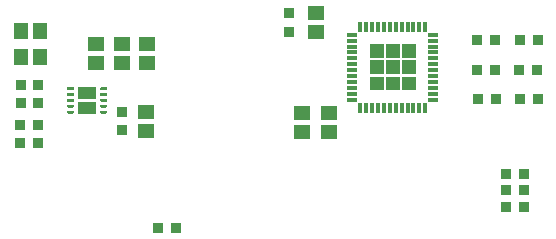
<source format=gtp>
G04*
G04 #@! TF.GenerationSoftware,Altium Limited,Altium Designer,24.10.1 (45)*
G04*
G04 Layer_Color=8421504*
%FSLAX44Y44*%
%MOMM*%
G71*
G04*
G04 #@! TF.SameCoordinates,AA472AB2-6637-4989-BC3C-C099BA8EEFD1*
G04*
G04*
G04 #@! TF.FilePolarity,Positive*
G04*
G01*
G75*
%ADD15R,0.9500X0.9000*%
%ADD16R,1.3000X1.4500*%
%ADD17R,1.4500X1.3000*%
%ADD18R,0.9000X0.9500*%
%ADD19R,0.9500X0.9500*%
%ADD20R,1.1700X1.1700*%
G04:AMPARAMS|DCode=21|XSize=0.88mm|YSize=0.26mm|CornerRadius=0.0325mm|HoleSize=0mm|Usage=FLASHONLY|Rotation=180.000|XOffset=0mm|YOffset=0mm|HoleType=Round|Shape=RoundedRectangle|*
%AMROUNDEDRECTD21*
21,1,0.8800,0.1950,0,0,180.0*
21,1,0.8150,0.2600,0,0,180.0*
1,1,0.0650,-0.4075,0.0975*
1,1,0.0650,0.4075,0.0975*
1,1,0.0650,0.4075,-0.0975*
1,1,0.0650,-0.4075,-0.0975*
%
%ADD21ROUNDEDRECTD21*%
G04:AMPARAMS|DCode=22|XSize=0.26mm|YSize=0.88mm|CornerRadius=0.0325mm|HoleSize=0mm|Usage=FLASHONLY|Rotation=180.000|XOffset=0mm|YOffset=0mm|HoleType=Round|Shape=RoundedRectangle|*
%AMROUNDEDRECTD22*
21,1,0.2600,0.8150,0,0,180.0*
21,1,0.1950,0.8800,0,0,180.0*
1,1,0.0650,-0.0975,0.4075*
1,1,0.0650,0.0975,0.4075*
1,1,0.0650,0.0975,-0.4075*
1,1,0.0650,-0.0975,-0.4075*
%
%ADD22ROUNDEDRECTD22*%
G36*
X404930Y301430D02*
X393230D01*
Y313130D01*
X404930D01*
Y301430D01*
D02*
G37*
G36*
X391230D02*
X379530D01*
Y313130D01*
X391230D01*
Y301430D01*
D02*
G37*
G36*
X377530D02*
X365830D01*
Y313130D01*
X377530D01*
Y301430D01*
D02*
G37*
G36*
X404930Y287730D02*
X393230D01*
Y299430D01*
X404930D01*
Y287730D01*
D02*
G37*
G36*
X377530D02*
X365830D01*
Y299430D01*
X377530D01*
Y287730D01*
D02*
G37*
G36*
X142430Y276690D02*
X142490D01*
X142550Y276670D01*
X142610Y276660D01*
X142670Y276640D01*
X142730Y276620D01*
X142790Y276600D01*
X142840Y276570D01*
X142900Y276540D01*
X142950Y276510D01*
X143010Y276470D01*
X143060Y276430D01*
X143100Y276390D01*
X143150Y276350D01*
X143190Y276300D01*
X143230Y276260D01*
X143270Y276210D01*
X143310Y276150D01*
X143340Y276100D01*
X143370Y276040D01*
X143400Y275990D01*
X143420Y275930D01*
X143440Y275870D01*
X143460Y275810D01*
X143470Y275750D01*
X143490Y275690D01*
Y275630D01*
X143500Y275560D01*
Y275500D01*
Y275440D01*
X143490Y275370D01*
Y275310D01*
X143470Y275250D01*
X143460Y275190D01*
X143440Y275130D01*
X143420Y275070D01*
X143400Y275010D01*
X143370Y274960D01*
X143340Y274900D01*
X143310Y274850D01*
X143270Y274790D01*
X143230Y274740D01*
X143190Y274700D01*
X143150Y274650D01*
X143100Y274610D01*
X143060Y274570D01*
X143010Y274530D01*
X142950Y274490D01*
X142900Y274460D01*
X142840Y274430D01*
X142790Y274400D01*
X142730Y274380D01*
X142670Y274360D01*
X142610Y274340D01*
X142550Y274330D01*
X142490Y274310D01*
X142430D01*
X142360Y274300D01*
X138640D01*
X138570Y274310D01*
X138510D01*
X138450Y274330D01*
X138390Y274340D01*
X138330Y274360D01*
X138270Y274380D01*
X138210Y274400D01*
X138160Y274430D01*
X138100Y274460D01*
X138050Y274490D01*
X137990Y274530D01*
X137940Y274570D01*
X137900Y274610D01*
X137850Y274650D01*
X137810Y274700D01*
X137770Y274740D01*
X137730Y274790D01*
X137690Y274850D01*
X137660Y274900D01*
X137630Y274960D01*
X137600Y275010D01*
X137580Y275070D01*
X137560Y275130D01*
X137540Y275190D01*
X137530Y275250D01*
X137510Y275310D01*
Y275370D01*
X137500Y275440D01*
Y275500D01*
Y275560D01*
X137510Y275630D01*
Y275690D01*
X137530Y275750D01*
X137540Y275810D01*
X137560Y275870D01*
X137580Y275930D01*
X137600Y275990D01*
X137630Y276040D01*
X137660Y276100D01*
X137690Y276150D01*
X137730Y276210D01*
X137770Y276260D01*
X137810Y276300D01*
X137850Y276350D01*
X137900Y276390D01*
X137940Y276430D01*
X137990Y276470D01*
X138050Y276510D01*
X138100Y276540D01*
X138160Y276570D01*
X138210Y276600D01*
X138270Y276620D01*
X138330Y276640D01*
X138390Y276660D01*
X138450Y276670D01*
X138510Y276690D01*
X138570D01*
X138640Y276700D01*
X142360D01*
X142430Y276690D01*
D02*
G37*
G36*
X114430D02*
X114490D01*
X114550Y276670D01*
X114610Y276660D01*
X114670Y276640D01*
X114730Y276620D01*
X114790Y276600D01*
X114840Y276570D01*
X114900Y276540D01*
X114950Y276510D01*
X115010Y276470D01*
X115060Y276430D01*
X115100Y276390D01*
X115150Y276350D01*
X115190Y276300D01*
X115230Y276260D01*
X115270Y276210D01*
X115310Y276150D01*
X115340Y276100D01*
X115370Y276040D01*
X115400Y275990D01*
X115420Y275930D01*
X115440Y275870D01*
X115460Y275810D01*
X115470Y275750D01*
X115490Y275690D01*
Y275630D01*
X115500Y275560D01*
Y275500D01*
Y275440D01*
X115490Y275370D01*
Y275310D01*
X115470Y275250D01*
X115460Y275190D01*
X115440Y275130D01*
X115420Y275070D01*
X115400Y275010D01*
X115370Y274960D01*
X115340Y274900D01*
X115310Y274850D01*
X115270Y274790D01*
X115230Y274740D01*
X115190Y274700D01*
X115150Y274650D01*
X115100Y274610D01*
X115060Y274570D01*
X115010Y274530D01*
X114950Y274490D01*
X114900Y274460D01*
X114840Y274430D01*
X114790Y274400D01*
X114730Y274380D01*
X114670Y274360D01*
X114610Y274340D01*
X114550Y274330D01*
X114490Y274310D01*
X114430D01*
X114360Y274300D01*
X110640D01*
X110570Y274310D01*
X110510D01*
X110450Y274330D01*
X110390Y274340D01*
X110330Y274360D01*
X110270Y274380D01*
X110210Y274400D01*
X110160Y274430D01*
X110100Y274460D01*
X110050Y274490D01*
X109990Y274530D01*
X109940Y274570D01*
X109900Y274610D01*
X109850Y274650D01*
X109810Y274700D01*
X109770Y274740D01*
X109730Y274790D01*
X109690Y274850D01*
X109660Y274900D01*
X109630Y274960D01*
X109600Y275010D01*
X109580Y275070D01*
X109560Y275130D01*
X109540Y275190D01*
X109530Y275250D01*
X109510Y275310D01*
Y275370D01*
X109500Y275440D01*
Y275500D01*
Y275560D01*
X109510Y275630D01*
Y275690D01*
X109530Y275750D01*
X109540Y275810D01*
X109560Y275870D01*
X109580Y275930D01*
X109600Y275990D01*
X109630Y276040D01*
X109660Y276100D01*
X109690Y276150D01*
X109730Y276210D01*
X109770Y276260D01*
X109810Y276300D01*
X109850Y276350D01*
X109900Y276390D01*
X109940Y276430D01*
X109990Y276470D01*
X110050Y276510D01*
X110100Y276540D01*
X110160Y276570D01*
X110210Y276600D01*
X110270Y276620D01*
X110330Y276640D01*
X110390Y276660D01*
X110450Y276670D01*
X110510Y276690D01*
X110570D01*
X110640Y276700D01*
X114360D01*
X114430Y276690D01*
D02*
G37*
G36*
X404930Y274030D02*
X393230D01*
Y285730D01*
X404930D01*
Y274030D01*
D02*
G37*
G36*
X391230D02*
X379530D01*
Y285730D01*
X391230D01*
Y274030D01*
D02*
G37*
G36*
X377530D02*
X365830D01*
Y285730D01*
X377530D01*
Y274030D01*
D02*
G37*
G36*
X142430Y271690D02*
X142490D01*
X142550Y271670D01*
X142610Y271660D01*
X142670Y271640D01*
X142730Y271620D01*
X142790Y271600D01*
X142840Y271570D01*
X142900Y271540D01*
X142950Y271510D01*
X143010Y271470D01*
X143060Y271430D01*
X143100Y271390D01*
X143150Y271350D01*
X143190Y271300D01*
X143230Y271260D01*
X143270Y271210D01*
X143310Y271150D01*
X143340Y271100D01*
X143370Y271040D01*
X143400Y270990D01*
X143420Y270930D01*
X143440Y270870D01*
X143460Y270810D01*
X143470Y270750D01*
X143490Y270690D01*
Y270630D01*
X143500Y270560D01*
Y270500D01*
Y270440D01*
X143490Y270370D01*
Y270310D01*
X143470Y270250D01*
X143460Y270190D01*
X143440Y270130D01*
X143420Y270070D01*
X143400Y270010D01*
X143370Y269960D01*
X143340Y269900D01*
X143310Y269850D01*
X143270Y269790D01*
X143230Y269740D01*
X143190Y269700D01*
X143150Y269650D01*
X143100Y269610D01*
X143060Y269570D01*
X143010Y269530D01*
X142950Y269490D01*
X142900Y269460D01*
X142840Y269430D01*
X142790Y269400D01*
X142730Y269380D01*
X142670Y269360D01*
X142610Y269340D01*
X142550Y269330D01*
X142490Y269310D01*
X142430D01*
X142360Y269300D01*
X138640D01*
X138570Y269310D01*
X138510D01*
X138450Y269330D01*
X138390Y269340D01*
X138330Y269360D01*
X138270Y269380D01*
X138210Y269400D01*
X138160Y269430D01*
X138100Y269460D01*
X138050Y269490D01*
X137990Y269530D01*
X137940Y269570D01*
X137900Y269610D01*
X137850Y269650D01*
X137810Y269700D01*
X137770Y269740D01*
X137730Y269790D01*
X137690Y269850D01*
X137660Y269900D01*
X137630Y269960D01*
X137600Y270010D01*
X137580Y270070D01*
X137560Y270130D01*
X137540Y270190D01*
X137530Y270250D01*
X137510Y270310D01*
Y270370D01*
X137500Y270440D01*
Y270500D01*
Y270560D01*
X137510Y270630D01*
Y270690D01*
X137530Y270750D01*
X137540Y270810D01*
X137560Y270870D01*
X137580Y270930D01*
X137600Y270990D01*
X137630Y271040D01*
X137660Y271100D01*
X137690Y271150D01*
X137730Y271210D01*
X137770Y271260D01*
X137810Y271300D01*
X137850Y271350D01*
X137900Y271390D01*
X137940Y271430D01*
X137990Y271470D01*
X138050Y271510D01*
X138100Y271540D01*
X138160Y271570D01*
X138210Y271600D01*
X138270Y271620D01*
X138330Y271640D01*
X138390Y271660D01*
X138450Y271670D01*
X138510Y271690D01*
X138570D01*
X138640Y271700D01*
X142360D01*
X142430Y271690D01*
D02*
G37*
G36*
X114430D02*
X114490D01*
X114550Y271670D01*
X114610Y271660D01*
X114670Y271640D01*
X114730Y271620D01*
X114790Y271600D01*
X114840Y271570D01*
X114900Y271540D01*
X114950Y271510D01*
X115010Y271470D01*
X115060Y271430D01*
X115100Y271390D01*
X115150Y271350D01*
X115190Y271300D01*
X115230Y271260D01*
X115270Y271210D01*
X115310Y271150D01*
X115340Y271100D01*
X115370Y271040D01*
X115400Y270990D01*
X115420Y270930D01*
X115440Y270870D01*
X115460Y270810D01*
X115470Y270750D01*
X115490Y270690D01*
Y270630D01*
X115500Y270560D01*
Y270500D01*
Y270440D01*
X115490Y270370D01*
Y270310D01*
X115470Y270250D01*
X115460Y270190D01*
X115440Y270130D01*
X115420Y270070D01*
X115400Y270010D01*
X115370Y269960D01*
X115340Y269900D01*
X115310Y269850D01*
X115270Y269790D01*
X115230Y269740D01*
X115190Y269700D01*
X115150Y269650D01*
X115100Y269610D01*
X115060Y269570D01*
X115010Y269530D01*
X114950Y269490D01*
X114900Y269460D01*
X114840Y269430D01*
X114790Y269400D01*
X114730Y269380D01*
X114670Y269360D01*
X114610Y269340D01*
X114550Y269330D01*
X114490Y269310D01*
X114430D01*
X114360Y269300D01*
X110640D01*
X110570Y269310D01*
X110510D01*
X110450Y269330D01*
X110390Y269340D01*
X110330Y269360D01*
X110270Y269380D01*
X110210Y269400D01*
X110160Y269430D01*
X110100Y269460D01*
X110050Y269490D01*
X109990Y269530D01*
X109940Y269570D01*
X109900Y269610D01*
X109850Y269650D01*
X109810Y269700D01*
X109770Y269740D01*
X109730Y269790D01*
X109690Y269850D01*
X109660Y269900D01*
X109630Y269960D01*
X109600Y270010D01*
X109580Y270070D01*
X109560Y270130D01*
X109540Y270190D01*
X109530Y270250D01*
X109510Y270310D01*
Y270370D01*
X109500Y270440D01*
Y270500D01*
Y270560D01*
X109510Y270630D01*
Y270690D01*
X109530Y270750D01*
X109540Y270810D01*
X109560Y270870D01*
X109580Y270930D01*
X109600Y270990D01*
X109630Y271040D01*
X109660Y271100D01*
X109690Y271150D01*
X109730Y271210D01*
X109770Y271260D01*
X109810Y271300D01*
X109850Y271350D01*
X109900Y271390D01*
X109940Y271430D01*
X109990Y271470D01*
X110050Y271510D01*
X110100Y271540D01*
X110160Y271570D01*
X110210Y271600D01*
X110270Y271620D01*
X110330Y271640D01*
X110390Y271660D01*
X110450Y271670D01*
X110510Y271690D01*
X110570D01*
X110640Y271700D01*
X114360D01*
X114430Y271690D01*
D02*
G37*
G36*
X134000Y266500D02*
X119000D01*
Y277100D01*
X134000D01*
Y266500D01*
D02*
G37*
G36*
X142430Y266690D02*
X142490D01*
X142550Y266670D01*
X142610Y266660D01*
X142670Y266640D01*
X142730Y266620D01*
X142790Y266600D01*
X142840Y266570D01*
X142900Y266540D01*
X142950Y266510D01*
X143010Y266470D01*
X143060Y266430D01*
X143100Y266390D01*
X143150Y266350D01*
X143190Y266300D01*
X143230Y266260D01*
X143270Y266210D01*
X143310Y266150D01*
X143340Y266100D01*
X143370Y266040D01*
X143400Y265990D01*
X143420Y265930D01*
X143440Y265870D01*
X143460Y265810D01*
X143470Y265750D01*
X143490Y265690D01*
Y265630D01*
X143500Y265560D01*
Y265500D01*
Y265440D01*
X143490Y265370D01*
Y265310D01*
X143470Y265250D01*
X143460Y265190D01*
X143440Y265130D01*
X143420Y265070D01*
X143400Y265010D01*
X143370Y264960D01*
X143340Y264900D01*
X143310Y264850D01*
X143270Y264790D01*
X143230Y264740D01*
X143190Y264700D01*
X143150Y264650D01*
X143100Y264610D01*
X143060Y264570D01*
X143010Y264530D01*
X142950Y264490D01*
X142900Y264460D01*
X142840Y264430D01*
X142790Y264400D01*
X142730Y264380D01*
X142670Y264360D01*
X142610Y264340D01*
X142550Y264330D01*
X142490Y264310D01*
X142430D01*
X142360Y264300D01*
X138640D01*
X138570Y264310D01*
X138510D01*
X138450Y264330D01*
X138390Y264340D01*
X138330Y264360D01*
X138270Y264380D01*
X138210Y264400D01*
X138160Y264430D01*
X138100Y264460D01*
X138050Y264490D01*
X137990Y264530D01*
X137940Y264570D01*
X137900Y264610D01*
X137850Y264650D01*
X137810Y264700D01*
X137770Y264740D01*
X137730Y264790D01*
X137690Y264850D01*
X137660Y264900D01*
X137630Y264960D01*
X137600Y265010D01*
X137580Y265070D01*
X137560Y265130D01*
X137540Y265190D01*
X137530Y265250D01*
X137510Y265310D01*
Y265370D01*
X137500Y265440D01*
Y265500D01*
Y265560D01*
X137510Y265630D01*
Y265690D01*
X137530Y265750D01*
X137540Y265810D01*
X137560Y265870D01*
X137580Y265930D01*
X137600Y265990D01*
X137630Y266040D01*
X137660Y266100D01*
X137690Y266150D01*
X137730Y266210D01*
X137770Y266260D01*
X137810Y266300D01*
X137850Y266350D01*
X137900Y266390D01*
X137940Y266430D01*
X137990Y266470D01*
X138050Y266510D01*
X138100Y266540D01*
X138160Y266570D01*
X138210Y266600D01*
X138270Y266620D01*
X138330Y266640D01*
X138390Y266660D01*
X138450Y266670D01*
X138510Y266690D01*
X138570D01*
X138640Y266700D01*
X142360D01*
X142430Y266690D01*
D02*
G37*
G36*
X114430D02*
X114490D01*
X114550Y266670D01*
X114610Y266660D01*
X114670Y266640D01*
X114730Y266620D01*
X114790Y266600D01*
X114840Y266570D01*
X114900Y266540D01*
X114950Y266510D01*
X115010Y266470D01*
X115060Y266430D01*
X115100Y266390D01*
X115150Y266350D01*
X115190Y266300D01*
X115230Y266260D01*
X115270Y266210D01*
X115310Y266150D01*
X115340Y266100D01*
X115370Y266040D01*
X115400Y265990D01*
X115420Y265930D01*
X115440Y265870D01*
X115460Y265810D01*
X115470Y265750D01*
X115490Y265690D01*
Y265630D01*
X115500Y265560D01*
Y265500D01*
Y265440D01*
X115490Y265370D01*
Y265310D01*
X115470Y265250D01*
X115460Y265190D01*
X115440Y265130D01*
X115420Y265070D01*
X115400Y265010D01*
X115370Y264960D01*
X115340Y264900D01*
X115310Y264850D01*
X115270Y264790D01*
X115230Y264740D01*
X115190Y264700D01*
X115150Y264650D01*
X115100Y264610D01*
X115060Y264570D01*
X115010Y264530D01*
X114950Y264490D01*
X114900Y264460D01*
X114840Y264430D01*
X114790Y264400D01*
X114730Y264380D01*
X114670Y264360D01*
X114610Y264340D01*
X114550Y264330D01*
X114490Y264310D01*
X114430D01*
X114360Y264300D01*
X110640D01*
X110570Y264310D01*
X110510D01*
X110450Y264330D01*
X110390Y264340D01*
X110330Y264360D01*
X110270Y264380D01*
X110210Y264400D01*
X110160Y264430D01*
X110100Y264460D01*
X110050Y264490D01*
X109990Y264530D01*
X109940Y264570D01*
X109900Y264610D01*
X109850Y264650D01*
X109810Y264700D01*
X109770Y264740D01*
X109730Y264790D01*
X109690Y264850D01*
X109660Y264900D01*
X109630Y264960D01*
X109600Y265010D01*
X109580Y265070D01*
X109560Y265130D01*
X109540Y265190D01*
X109530Y265250D01*
X109510Y265310D01*
Y265370D01*
X109500Y265440D01*
Y265500D01*
Y265560D01*
X109510Y265630D01*
Y265690D01*
X109530Y265750D01*
X109540Y265810D01*
X109560Y265870D01*
X109580Y265930D01*
X109600Y265990D01*
X109630Y266040D01*
X109660Y266100D01*
X109690Y266150D01*
X109730Y266210D01*
X109770Y266260D01*
X109810Y266300D01*
X109850Y266350D01*
X109900Y266390D01*
X109940Y266430D01*
X109990Y266470D01*
X110050Y266510D01*
X110100Y266540D01*
X110160Y266570D01*
X110210Y266600D01*
X110270Y266620D01*
X110330Y266640D01*
X110390Y266660D01*
X110450Y266670D01*
X110510Y266690D01*
X110570D01*
X110640Y266700D01*
X114360D01*
X114430Y266690D01*
D02*
G37*
G36*
X142430Y261690D02*
X142490D01*
X142550Y261670D01*
X142610Y261660D01*
X142670Y261640D01*
X142730Y261620D01*
X142790Y261600D01*
X142840Y261570D01*
X142900Y261540D01*
X142950Y261510D01*
X143010Y261470D01*
X143060Y261430D01*
X143100Y261390D01*
X143150Y261350D01*
X143190Y261300D01*
X143230Y261260D01*
X143270Y261210D01*
X143310Y261150D01*
X143340Y261100D01*
X143370Y261040D01*
X143400Y260990D01*
X143420Y260930D01*
X143440Y260870D01*
X143460Y260810D01*
X143470Y260750D01*
X143490Y260690D01*
Y260630D01*
X143500Y260560D01*
Y260500D01*
Y260440D01*
X143490Y260370D01*
Y260310D01*
X143470Y260250D01*
X143460Y260190D01*
X143440Y260130D01*
X143420Y260070D01*
X143400Y260010D01*
X143370Y259960D01*
X143340Y259900D01*
X143310Y259850D01*
X143270Y259790D01*
X143230Y259740D01*
X143190Y259700D01*
X143150Y259650D01*
X143100Y259610D01*
X143060Y259570D01*
X143010Y259530D01*
X142950Y259490D01*
X142900Y259460D01*
X142840Y259430D01*
X142790Y259400D01*
X142730Y259380D01*
X142670Y259360D01*
X142610Y259340D01*
X142550Y259330D01*
X142490Y259310D01*
X142430D01*
X142360Y259300D01*
X138640D01*
X138570Y259310D01*
X138510D01*
X138450Y259330D01*
X138390Y259340D01*
X138330Y259360D01*
X138270Y259380D01*
X138210Y259400D01*
X138160Y259430D01*
X138100Y259460D01*
X138050Y259490D01*
X137990Y259530D01*
X137940Y259570D01*
X137900Y259610D01*
X137850Y259650D01*
X137810Y259700D01*
X137770Y259740D01*
X137730Y259790D01*
X137690Y259850D01*
X137660Y259900D01*
X137630Y259960D01*
X137600Y260010D01*
X137580Y260070D01*
X137560Y260130D01*
X137540Y260190D01*
X137530Y260250D01*
X137510Y260310D01*
Y260370D01*
X137500Y260440D01*
Y260500D01*
Y260560D01*
X137510Y260630D01*
Y260690D01*
X137530Y260750D01*
X137540Y260810D01*
X137560Y260870D01*
X137580Y260930D01*
X137600Y260990D01*
X137630Y261040D01*
X137660Y261100D01*
X137690Y261150D01*
X137730Y261210D01*
X137770Y261260D01*
X137810Y261300D01*
X137850Y261350D01*
X137900Y261390D01*
X137940Y261430D01*
X137990Y261470D01*
X138050Y261510D01*
X138100Y261540D01*
X138160Y261570D01*
X138210Y261600D01*
X138270Y261620D01*
X138330Y261640D01*
X138390Y261660D01*
X138450Y261670D01*
X138510Y261690D01*
X138570D01*
X138640Y261700D01*
X142360D01*
X142430Y261690D01*
D02*
G37*
G36*
X114430D02*
X114490D01*
X114550Y261670D01*
X114610Y261660D01*
X114670Y261640D01*
X114730Y261620D01*
X114790Y261600D01*
X114840Y261570D01*
X114900Y261540D01*
X114950Y261510D01*
X115010Y261470D01*
X115060Y261430D01*
X115100Y261390D01*
X115150Y261350D01*
X115190Y261300D01*
X115230Y261260D01*
X115270Y261210D01*
X115310Y261150D01*
X115340Y261100D01*
X115370Y261040D01*
X115400Y260990D01*
X115420Y260930D01*
X115440Y260870D01*
X115460Y260810D01*
X115470Y260750D01*
X115490Y260690D01*
Y260630D01*
X115500Y260560D01*
Y260500D01*
Y260440D01*
X115490Y260370D01*
Y260310D01*
X115470Y260250D01*
X115460Y260190D01*
X115440Y260130D01*
X115420Y260070D01*
X115400Y260010D01*
X115370Y259960D01*
X115340Y259900D01*
X115310Y259850D01*
X115270Y259790D01*
X115230Y259740D01*
X115190Y259700D01*
X115150Y259650D01*
X115100Y259610D01*
X115060Y259570D01*
X115010Y259530D01*
X114950Y259490D01*
X114900Y259460D01*
X114840Y259430D01*
X114790Y259400D01*
X114730Y259380D01*
X114670Y259360D01*
X114610Y259340D01*
X114550Y259330D01*
X114490Y259310D01*
X114430D01*
X114360Y259300D01*
X110640D01*
X110570Y259310D01*
X110510D01*
X110450Y259330D01*
X110390Y259340D01*
X110330Y259360D01*
X110270Y259380D01*
X110210Y259400D01*
X110160Y259430D01*
X110100Y259460D01*
X110050Y259490D01*
X109990Y259530D01*
X109940Y259570D01*
X109900Y259610D01*
X109850Y259650D01*
X109810Y259700D01*
X109770Y259740D01*
X109730Y259790D01*
X109690Y259850D01*
X109660Y259900D01*
X109630Y259960D01*
X109600Y260010D01*
X109580Y260070D01*
X109560Y260130D01*
X109540Y260190D01*
X109530Y260250D01*
X109510Y260310D01*
Y260370D01*
X109500Y260440D01*
Y260500D01*
Y260560D01*
X109510Y260630D01*
Y260690D01*
X109530Y260750D01*
X109540Y260810D01*
X109560Y260870D01*
X109580Y260930D01*
X109600Y260990D01*
X109630Y261040D01*
X109660Y261100D01*
X109690Y261150D01*
X109730Y261210D01*
X109770Y261260D01*
X109810Y261300D01*
X109850Y261350D01*
X109900Y261390D01*
X109940Y261430D01*
X109990Y261470D01*
X110050Y261510D01*
X110100Y261540D01*
X110160Y261570D01*
X110210Y261600D01*
X110270Y261620D01*
X110330Y261640D01*
X110390Y261660D01*
X110450Y261670D01*
X110510Y261690D01*
X110570D01*
X110640Y261700D01*
X114360D01*
X114430Y261690D01*
D02*
G37*
G36*
X142430Y256690D02*
X142490D01*
X142550Y256670D01*
X142610Y256660D01*
X142670Y256640D01*
X142730Y256620D01*
X142790Y256600D01*
X142840Y256570D01*
X142900Y256540D01*
X142950Y256510D01*
X143010Y256470D01*
X143060Y256430D01*
X143100Y256390D01*
X143150Y256350D01*
X143190Y256300D01*
X143230Y256260D01*
X143270Y256210D01*
X143310Y256150D01*
X143340Y256100D01*
X143370Y256040D01*
X143400Y255990D01*
X143420Y255930D01*
X143440Y255870D01*
X143460Y255810D01*
X143470Y255750D01*
X143490Y255690D01*
Y255630D01*
X143500Y255560D01*
Y255500D01*
Y255440D01*
X143490Y255370D01*
Y255310D01*
X143470Y255250D01*
X143460Y255190D01*
X143440Y255130D01*
X143420Y255070D01*
X143400Y255010D01*
X143370Y254960D01*
X143340Y254900D01*
X143310Y254850D01*
X143270Y254790D01*
X143230Y254740D01*
X143190Y254700D01*
X143150Y254650D01*
X143100Y254610D01*
X143060Y254570D01*
X143010Y254530D01*
X142950Y254490D01*
X142900Y254460D01*
X142840Y254430D01*
X142790Y254400D01*
X142730Y254380D01*
X142670Y254360D01*
X142610Y254340D01*
X142550Y254330D01*
X142490Y254310D01*
X142430D01*
X142360Y254300D01*
X138640D01*
X138570Y254310D01*
X138510D01*
X138450Y254330D01*
X138390Y254340D01*
X138330Y254360D01*
X138270Y254380D01*
X138210Y254400D01*
X138160Y254430D01*
X138100Y254460D01*
X138050Y254490D01*
X137990Y254530D01*
X137940Y254570D01*
X137900Y254610D01*
X137850Y254650D01*
X137810Y254700D01*
X137770Y254740D01*
X137730Y254790D01*
X137690Y254850D01*
X137660Y254900D01*
X137630Y254960D01*
X137600Y255010D01*
X137580Y255070D01*
X137560Y255130D01*
X137540Y255190D01*
X137530Y255250D01*
X137510Y255310D01*
Y255370D01*
X137500Y255440D01*
Y255500D01*
Y255560D01*
X137510Y255630D01*
Y255690D01*
X137530Y255750D01*
X137540Y255810D01*
X137560Y255870D01*
X137580Y255930D01*
X137600Y255990D01*
X137630Y256040D01*
X137660Y256100D01*
X137690Y256150D01*
X137730Y256210D01*
X137770Y256260D01*
X137810Y256300D01*
X137850Y256350D01*
X137900Y256390D01*
X137940Y256430D01*
X137990Y256470D01*
X138050Y256510D01*
X138100Y256540D01*
X138160Y256570D01*
X138210Y256600D01*
X138270Y256620D01*
X138330Y256640D01*
X138390Y256660D01*
X138450Y256670D01*
X138510Y256690D01*
X138570D01*
X138640Y256700D01*
X142360D01*
X142430Y256690D01*
D02*
G37*
G36*
X114430D02*
X114490D01*
X114550Y256670D01*
X114610Y256660D01*
X114670Y256640D01*
X114730Y256620D01*
X114790Y256600D01*
X114840Y256570D01*
X114900Y256540D01*
X114950Y256510D01*
X115010Y256470D01*
X115060Y256430D01*
X115100Y256390D01*
X115150Y256350D01*
X115190Y256300D01*
X115230Y256260D01*
X115270Y256210D01*
X115310Y256150D01*
X115340Y256100D01*
X115370Y256040D01*
X115400Y255990D01*
X115420Y255930D01*
X115440Y255870D01*
X115460Y255810D01*
X115470Y255750D01*
X115490Y255690D01*
Y255630D01*
X115500Y255560D01*
Y255500D01*
Y255440D01*
X115490Y255370D01*
Y255310D01*
X115470Y255250D01*
X115460Y255190D01*
X115440Y255130D01*
X115420Y255070D01*
X115400Y255010D01*
X115370Y254960D01*
X115340Y254900D01*
X115310Y254850D01*
X115270Y254790D01*
X115230Y254740D01*
X115190Y254700D01*
X115150Y254650D01*
X115100Y254610D01*
X115060Y254570D01*
X115010Y254530D01*
X114950Y254490D01*
X114900Y254460D01*
X114840Y254430D01*
X114790Y254400D01*
X114730Y254380D01*
X114670Y254360D01*
X114610Y254340D01*
X114550Y254330D01*
X114490Y254310D01*
X114430D01*
X114360Y254300D01*
X110640D01*
X110570Y254310D01*
X110510D01*
X110450Y254330D01*
X110390Y254340D01*
X110330Y254360D01*
X110270Y254380D01*
X110210Y254400D01*
X110160Y254430D01*
X110100Y254460D01*
X110050Y254490D01*
X109990Y254530D01*
X109940Y254570D01*
X109900Y254610D01*
X109850Y254650D01*
X109810Y254700D01*
X109770Y254740D01*
X109730Y254790D01*
X109690Y254850D01*
X109660Y254900D01*
X109630Y254960D01*
X109600Y255010D01*
X109580Y255070D01*
X109560Y255130D01*
X109540Y255190D01*
X109530Y255250D01*
X109510Y255310D01*
Y255370D01*
X109500Y255440D01*
Y255500D01*
Y255560D01*
X109510Y255630D01*
Y255690D01*
X109530Y255750D01*
X109540Y255810D01*
X109560Y255870D01*
X109580Y255930D01*
X109600Y255990D01*
X109630Y256040D01*
X109660Y256100D01*
X109690Y256150D01*
X109730Y256210D01*
X109770Y256260D01*
X109810Y256300D01*
X109850Y256350D01*
X109900Y256390D01*
X109940Y256430D01*
X109990Y256470D01*
X110050Y256510D01*
X110100Y256540D01*
X110160Y256570D01*
X110210Y256600D01*
X110270Y256620D01*
X110330Y256640D01*
X110390Y256660D01*
X110450Y256670D01*
X110510Y256690D01*
X110570D01*
X110640Y256700D01*
X114360D01*
X114430Y256690D01*
D02*
G37*
G36*
X134000Y253900D02*
X119000D01*
Y264500D01*
X134000D01*
Y253900D01*
D02*
G37*
D15*
X202060Y157480D02*
D03*
X186560D02*
D03*
X481200Y175260D02*
D03*
X496700D02*
D03*
X481200Y189230D02*
D03*
X496700D02*
D03*
X481200Y203200D02*
D03*
X496700D02*
D03*
X457200Y266700D02*
D03*
X472700D02*
D03*
X456610Y291424D02*
D03*
X472110D02*
D03*
X456610Y316824D02*
D03*
X472110D02*
D03*
D16*
X70740Y323850D02*
D03*
X86740D02*
D03*
X86520Y302620D02*
D03*
X70520D02*
D03*
D17*
X177580Y297160D02*
D03*
Y313160D02*
D03*
X331767Y238610D02*
D03*
Y254610D02*
D03*
X320040Y339470D02*
D03*
Y323470D02*
D03*
X308907Y238610D02*
D03*
Y254610D02*
D03*
X176500Y239500D02*
D03*
Y255500D02*
D03*
X134400Y297160D02*
D03*
Y313160D02*
D03*
X156500Y313500D02*
D03*
Y297500D02*
D03*
D18*
X70900Y278620D02*
D03*
Y263120D02*
D03*
X297180Y339220D02*
D03*
Y323720D02*
D03*
X84870Y278620D02*
D03*
Y263120D02*
D03*
X85090Y229540D02*
D03*
Y245040D02*
D03*
X156500Y256000D02*
D03*
Y240500D02*
D03*
X70090Y245040D02*
D03*
Y229540D02*
D03*
D19*
X492880Y316230D02*
D03*
X507880D02*
D03*
X493010Y266700D02*
D03*
X508010D02*
D03*
X492420Y291424D02*
D03*
X507420D02*
D03*
D20*
X385380Y293580D02*
D03*
D21*
X351030Y266080D02*
D03*
Y271080D02*
D03*
Y276080D02*
D03*
Y281080D02*
D03*
Y286080D02*
D03*
Y291080D02*
D03*
Y296080D02*
D03*
Y301080D02*
D03*
Y306080D02*
D03*
Y311080D02*
D03*
Y316080D02*
D03*
Y321080D02*
D03*
X419730D02*
D03*
Y316080D02*
D03*
Y311080D02*
D03*
Y306080D02*
D03*
Y301080D02*
D03*
Y296080D02*
D03*
Y291080D02*
D03*
Y286080D02*
D03*
Y281080D02*
D03*
Y276080D02*
D03*
Y271080D02*
D03*
Y266080D02*
D03*
D22*
X412880Y259230D02*
D03*
X407880D02*
D03*
X402880D02*
D03*
X397880D02*
D03*
X392880D02*
D03*
X387880D02*
D03*
X382880D02*
D03*
X377880D02*
D03*
X372880D02*
D03*
X367880D02*
D03*
X362880D02*
D03*
X357880D02*
D03*
Y327930D02*
D03*
X362880D02*
D03*
X367880D02*
D03*
X372880D02*
D03*
X377880D02*
D03*
X382880D02*
D03*
X387880D02*
D03*
X392880D02*
D03*
X397880D02*
D03*
X402880D02*
D03*
X407880D02*
D03*
X412880D02*
D03*
M02*

</source>
